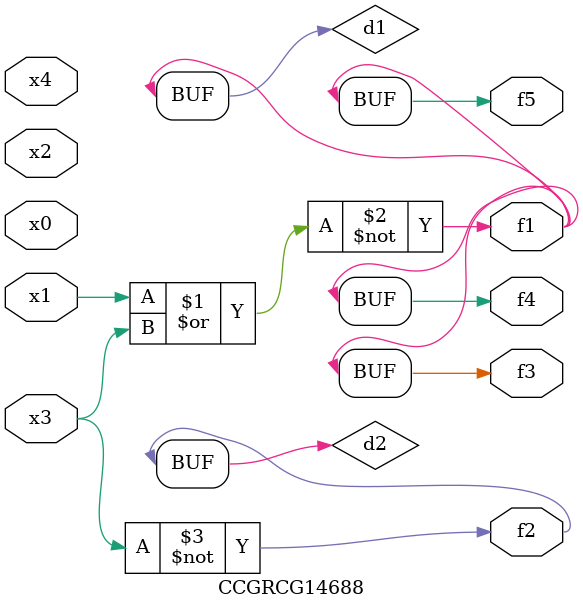
<source format=v>
module CCGRCG14688(
	input x0, x1, x2, x3, x4,
	output f1, f2, f3, f4, f5
);

	wire d1, d2;

	nor (d1, x1, x3);
	not (d2, x3);
	assign f1 = d1;
	assign f2 = d2;
	assign f3 = d1;
	assign f4 = d1;
	assign f5 = d1;
endmodule

</source>
